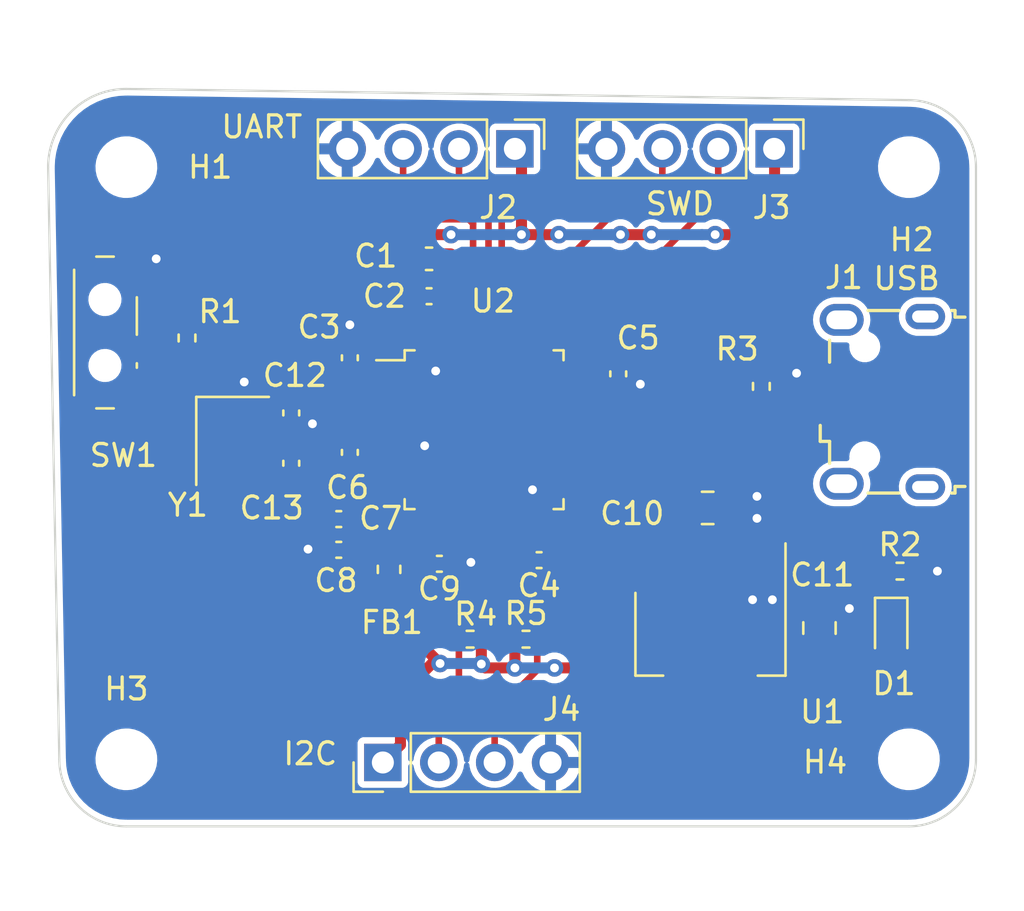
<source format=kicad_pcb>
(kicad_pcb (version 20211014) (generator pcbnew)
  (layers (0 "F.Cu" signal) (31 "B.Cu" power) (34 "B.Paste" user) (35 "F.Paste" user) (36 "B.SilkS" user "B.Silkscreen") (37 "F.SilkS" user "F.Silkscreen") (38 "B.Mask" user) (39 "F.Mask" user) (44 "Edge.Cuts" user))
  (net 0 "")
  (net 1 "+3.3V")
  (net 2 "GND")
  (net 3 "+3.3VA")
  (net 4 "/NRST")
  (net 5 "VBUS")
  (net 6 "/HSE_IN")
  (net 7 "/HSE_OUT")
  (net 8 "/PWR_LED_K")
  (net 9 "/USB_D-")
  (net 10 "/USB_D+")
  (net 13 "/USART1_TX")
  (net 14 "/USART1_RX")
  (net 15 "/SWDIO")
  (net 16 "/SWCLK")
  (net 17 "/I2C2_SCL")
  (net 18 "/I2C2_SDA")
  (net 19 "/SW_BOOT0")
  (net 20 "/BOOT0")
  (footprint "Capacitor_SMD:C_0402_1005Metric" (layer "F.Cu") (at 82.8 86.9 90)
    (fp_text reference "C3" (at 1.397 -1.397) (layer "F.SilkS"))
    (fp_text value "100n")
    (fp_line (start -0.107836 0.36) (end 0.107836 0.36) (layer "F.SilkS") (width 0.12))
    (fp_line (start -0.107836 -0.36) (end 0.107836 -0.36) (layer "F.SilkS") (width 0.12))
    (pad "1" smd roundrect (at -0.48 0 90) (size 0.56 0.62) (layers "F.Cu" "F.Paste" "F.Mask") (net 1 "+3.3V"))
    (pad "2" smd roundrect (at 0.48 0 90) (size 0.56 0.62) (layers "F.Cu" "F.Paste" "F.Mask") (net 2 "GND"))
  )
  (footprint "Resistor_SMD:R_0402_1005Metric" (layer "F.Cu") (at 101.5 88.2 -90)
    (fp_text reference "R3" (at -1.7 1.1) (layer "F.SilkS"))
    (fp_text value "1k5")
    (fp_line (start -0.153641 0.38) (end 0.153641 0.38) (layer "F.SilkS") (width 0.12))
    (fp_line (start -0.153641 -0.38) (end 0.153641 -0.38) (layer "F.SilkS") (width 0.12))
    (pad "1" smd roundrect (at -0.51 0 270) (size 0.54 0.64) (layers "F.Cu" "F.Paste" "F.Mask") (net 1 "+3.3V"))
    (pad "2" smd roundrect (at 0.51 0 270) (size 0.54 0.64) (layers "F.Cu" "F.Paste" "F.Mask") (net 10 "/USB_D+"))
  )
  (footprint "MountingHole:MountingHole_2.2mm_M2" (layer "F.Cu") (at 72.644 78.232)
    (fp_text reference "H1" (at 3.81 0) (layer "F.SilkS"))
    (fp_text value "MountingHole")
    (pad "" np_thru_hole circle (at 0 0) (size 2.2 2.2) (drill 2.2) (layers *.Cu *.Mask))
  )
  (footprint "Capacitor_SMD:C_0402_1005Metric" (layer "F.Cu") (at 86.4 84.1)
    (fp_text reference "C2" (at -2.032 0) (layer "F.SilkS"))
    (fp_text value "100n")
    (fp_line (start -0.107836 -0.36) (end 0.107836 -0.36) (layer "F.SilkS") (width 0.12))
    (fp_line (start -0.107836 0.36) (end 0.107836 0.36) (layer "F.SilkS") (width 0.12))
    (pad "1" smd roundrect (at -0.48 0) (size 0.56 0.62) (layers "F.Cu" "F.Paste" "F.Mask") (net 1 "+3.3V"))
    (pad "2" smd roundrect (at 0.48 0) (size 0.56 0.62) (layers "F.Cu" "F.Paste" "F.Mask") (net 2 "GND"))
  )
  (footprint "MountingHole:MountingHole_2.2mm_M2" (layer "F.Cu") (at 108.204 78.232)
    (fp_text reference "H2" (at 0.127 3.302) (layer "F.SilkS"))
    (fp_text value "MountingHole")
    (pad "" np_thru_hole circle (at 0 0) (size 2.2 2.2) (drill 2.2) (layers *.Cu *.Mask))
  )
  (footprint "Resistor_SMD:R_0402_1005Metric" (layer "F.Cu") (at 107.8 96.6)
    (fp_text reference "R2" (at 0 -1.2) (layer "F.SilkS"))
    (fp_text value "1k5")
    (fp_line (start -0.153641 0.38) (end 0.153641 0.38) (layer "F.SilkS") (width 0.12))
    (fp_line (start -0.153641 -0.38) (end 0.153641 -0.38) (layer "F.SilkS") (width 0.12))
    (pad "1" smd roundrect (at -0.51 0) (size 0.54 0.64) (layers "F.Cu" "F.Paste" "F.Mask") (net 8 "/PWR_LED_K"))
    (pad "2" smd roundrect (at 0.51 0) (size 0.54 0.64) (layers "F.Cu" "F.Paste" "F.Mask") (net 2 "GND"))
  )
  (footprint "Capacitor_SMD:C_0805_2012Metric" (layer "F.Cu") (at 99.06 93.726)
    (fp_text reference "C10" (at -3.429 0.254) (layer "F.SilkS"))
    (fp_text value "22u")
    (fp_line (start -0.261252 0.735) (end 0.261252 0.735) (layer "F.SilkS") (width 0.12))
    (fp_line (start -0.261252 -0.735) (end 0.261252 -0.735) (layer "F.SilkS") (width 0.12))
    (pad "1" smd roundrect (at -0.95 0) (size 1 1.45) (layers "F.Cu" "F.Paste" "F.Mask") (net 5 "VBUS"))
    (pad "2" smd roundrect (at 0.95 0) (size 1 1.45) (layers "F.Cu" "F.Paste" "F.Mask") (net 2 "GND"))
  )
  (footprint "MountingHole:MountingHole_2.2mm_M2" (layer "F.Cu") (at 108.204 105.156)
    (fp_text reference "H4" (at -3.81 0.127) (layer "F.SilkS"))
    (fp_text value "MountingHole")
    (pad "" np_thru_hole circle (at 0 0) (size 2.2 2.2) (drill 2.2) (layers *.Cu *.Mask))
  )
  (footprint "Capacitor_SMD:C_0402_1005Metric" (layer "F.Cu") (at 80.137 89.408 -90)
    (fp_text reference "C12" (at -1.708 -0.163) (layer "F.SilkS"))
    (fp_text value "10p")
    (fp_line (start -0.107836 0.36) (end 0.107836 0.36) (layer "F.SilkS") (width 0.12))
    (fp_line (start -0.107836 -0.36) (end 0.107836 -0.36) (layer "F.SilkS") (width 0.12))
    (pad "1" smd roundrect (at -0.48 0 270) (size 0.56 0.62) (layers "F.Cu" "F.Paste" "F.Mask") (net 6 "/HSE_IN"))
    (pad "2" smd roundrect (at 0.48 0 270) (size 0.56 0.62) (layers "F.Cu" "F.Paste" "F.Mask") (net 2 "GND"))
  )
  (footprint "Capacitor_SMD:C_0603_1608Metric" (layer "F.Cu") (at 86.4 82.4)
    (fp_text reference "C1" (at -2.426 -0.127) (layer "F.SilkS"))
    (fp_text value "10u")
    (fp_line (start -0.14058 0.51) (end 0.14058 0.51) (layer "F.SilkS") (width 0.12))
    (fp_line (start -0.14058 -0.51) (end 0.14058 -0.51) (layer "F.SilkS") (width 0.12))
    (pad "1" smd roundrect (at -0.775 0) (size 0.9 0.95) (layers "F.Cu" "F.Paste" "F.Mask") (net 1 "+3.3V"))
    (pad "2" smd roundrect (at 0.775 0) (size 0.9 0.95) (layers "F.Cu" "F.Paste" "F.Mask") (net 2 "GND"))
  )
  (footprint "Connector_USB:USB_Micro-B_Wuerth_629105150521" (layer "F.Cu") (at 107 88.9 90)
    (fp_text reference "J1" (at 5.65 -1.75) (layer "F.SilkS"))
    (fp_text value "USB_B_Micro")
    (fp_line (start 4.15 0.75) (end 4.15 -0.65) (layer "F.SilkS") (width 0.15))
    (fp_line (start 1.8 -2.4) (end 2.8 -2.4) (layer "F.SilkS") (width 0.15))
    (fp_line (start 4.15 3.3) (end 4.15 3.15) (layer "F.SilkS") (width 0.15))
    (fp_line (start -4.15 3.3) (end -3.85 3.3) (layer "F.SilkS") (width 0.15))
    (fp_line (start -1.8 -2.4) (end -2.8 -2.4) (layer "F.SilkS") (width 0.15))
    (fp_line (start -4.15 -0.65) (end -4.15 0.75) (layer "F.SilkS") (width 0.15))
    (fp_line (start -1.075 -2.825) (end -1.8 -2.825) (layer "F.SilkS") (width 0.15))
    (fp_line (start -3.85 3.3) (end -3.85 3.75) (layer "F.SilkS") (width 0.15))
    (fp_line (start -4.15 3.15) (end -4.15 3.3) (layer "F.SilkS") (width 0.15))
    (fp_line (start 3.85 3.75) (end 3.85 3.3) (layer "F.SilkS") (width 0.15))
    (fp_line (start 3.85 3.3) (end 4.15 3.3) (layer "F.SilkS") (width 0.15))
    (fp_line (start -1.8 -2.825) (end -1.8 -2.4) (layer "F.SilkS") (width 0.15))
    (pad "" np_thru_hole oval (at -2.5 -0.8 90) (size 0.8 0.8) (drill 0.8) (layers *.Cu *.Mask))
    (pad "" np_thru_hole oval (at 2.5 -0.8 90) (size 0.8 0.8) (drill 0.8) (layers *.Cu *.Mask))
    (pad "1" smd rect (at -1.3 -1.9 90) (size 0.45 1.3) (layers "F.Cu" "F.Paste" "F.Mask") (net 5 "VBUS"))
    (pad "2" smd rect (at -0.65 -1.9 90) (size 0.45 1.3) (layers "F.Cu" "F.Paste" "F.Mask") (net 9 "/USB_D-"))
    (pad "3" smd rect (at 0 -1.9 90) (size 0.45 1.3) (layers "F.Cu" "F.Paste" "F.Mask") (net 10 "/USB_D+"))
    (pad "4" smd rect (at 0.65 -1.9 90) (size 0.45 1.3) (layers "F.Cu" "F.Paste" "F.Mask"))
    (pad "5" smd rect (at 1.3 -1.9 90) (size 0.45 1.3) (layers "F.Cu" "F.Paste" "F.Mask") (net 2 "GND"))
    (pad "6" thru_hole oval (at -3.725 -1.85 90) (size 1.45 2) (drill oval 0.85 1.4) (layers *.Cu *.Mask))
    (pad "6" thru_hole oval (at -3.875 1.95 90) (size 1.15 1.8) (drill oval 0.55 1.2) (layers *.Cu *.Mask))
    (pad "6" thru_hole oval (at 3.725 -1.85 90) (size 1.45 2) (drill oval 0.85 1.4) (layers *.Cu *.Mask))
    (pad "6" thru_hole oval (at 3.875 1.95 90) (size 1.15 1.8) (drill oval 0.55 1.2) (layers *.Cu *.Mask))
  )
  (footprint "Resistor_SMD:R_0402_1005Metric" (layer "F.Cu") (at 88.265 99.695 180)
    (fp_text reference "R4" (at -0.254 1.143) (layer "F.SilkS"))
    (fp_text value "1k5")
    (fp_line (start -0.153641 0.38) (end 0.153641 0.38) (layer "F.SilkS") (width 0.12))
    (fp_line (start -0.153641 -0.38) (end 0.153641 -0.38) (layer "F.SilkS") (width 0.12))
    (pad "1" smd roundrect (at -0.51 0 180) (size 0.54 0.64) (layers "F.Cu" "F.Paste" "F.Mask") (net 1 "+3.3V"))
    (pad "2" smd roundrect (at 0.51 0 180) (size 0.54 0.64) (layers "F.Cu" "F.Paste" "F.Mask") (net 17 "/I2C2_SCL"))
  )
  (footprint "Connector_PinHeader_2.54mm:PinHeader_1x04_P2.54mm_Vertical" (layer "F.Cu") (at 90.3 77.4 -90)
    (fp_text reference "J2" (at 2.667 0.762) (layer "F.SilkS"))
    (fp_text value "Conn_01x04_Male")
    (fp_line (start -1.33 1.27) (end -1.33 8.95) (layer "F.SilkS") (width 0.12))
    (fp_line (start -1.33 8.95) (end 1.33 8.95) (layer "F.SilkS") (width 0.12))
    (fp_line (start -1.33 0) (end -1.33 -1.33) (layer "F.SilkS") (width 0.12))
    (fp_line (start -1.33 1.27) (end 1.33 1.27) (layer "F.SilkS") (width 0.12))
    (fp_line (start 1.33 1.27) (end 1.33 8.95) (layer "F.SilkS") (width 0.12))
    (fp_line (start -1.33 -1.33) (end 0 -1.33) (layer "F.SilkS") (width 0.12))
    (pad "1" thru_hole rect (at 0 0 270) (size 1.7 1.7) (drill 1) (layers *.Cu *.Mask) (net 1 "+3.3V"))
    (pad "2" thru_hole oval (at 0 2.54 270) (size 1.7 1.7) (drill 1) (layers *.Cu *.Mask) (net 13 "/USART1_TX"))
    (pad "3" thru_hole oval (at 0 5.08 270) (size 1.7 1.7) (drill 1) (layers *.Cu *.Mask) (net 14 "/USART1_RX"))
    (pad "4" thru_hole oval (at 0 7.62 270) (size 1.7 1.7) (drill 1) (layers *.Cu *.Mask) (net 2 "GND"))
  )
  (footprint "Connector_PinHeader_2.54mm:PinHeader_1x04_P2.54mm_Vertical" (layer "F.Cu") (at 84.3 105.3 90)
    (fp_text reference "J4" (at 2.413 8.118) (layer "F.SilkS"))
    (fp_text value "Conn_01x04_Male")
    (fp_line (start -1.33 1.27) (end -1.33 8.95) (layer "F.SilkS") (width 0.12))
    (fp_line (start -1.33 1.27) (end 1.33 1.27) (layer "F.SilkS") (width 0.12))
    (fp_line (start -1.33 0) (end -1.33 -1.33) (layer "F.SilkS") (width 0.12))
    (fp_line (start -1.33 -1.33) (end 0 -1.33) (layer "F.SilkS") (width 0.12))
    (fp_line (start 1.33 1.27) (end 1.33 8.95) (layer "F.SilkS") (width 0.12))
    (fp_line (start -1.33 8.95) (end 1.33 8.95) (layer "F.SilkS") (width 0.12))
    (pad "1" thru_hole rect (at 0 0 90) (size 1.7 1.7) (drill 1) (layers *.Cu *.Mask) (net 1 "+3.3V"))
    (pad "2" thru_hole oval (at 0 2.54 90) (size 1.7 1.7) (drill 1) (layers *.Cu *.Mask) (net 17 "/I2C2_SCL"))
    (pad "3" thru_hole oval (at 0 5.08 90) (size 1.7 1.7) (drill 1) (layers *.Cu *.Mask) (net 18 "/I2C2_SDA"))
    (pad "4" thru_hole oval (at 0 7.62 90) (size 1.7 1.7) (drill 1) (layers *.Cu *.Mask) (net 2 "GND"))
  )
  (footprint "Capacitor_SMD:C_0402_1005Metric" (layer "F.Cu") (at 80.137 91.694 90)
    (fp_text reference "C13" (at -2.032 -0.889) (layer "F.SilkS"))
    (fp_text value "10p")
    (fp_line (start -0.107836 -0.36) (end 0.107836 -0.36) (layer "F.SilkS") (width 0.12))
    (fp_line (start -0.107836 0.36) (end 0.107836 0.36) (layer "F.SilkS") (width 0.12))
    (pad "1" smd roundrect (at -0.48 0 90) (size 0.56 0.62) (layers "F.Cu" "F.Paste" "F.Mask") (net 7 "/HSE_OUT"))
    (pad "2" smd roundrect (at 0.48 0 90) (size 0.56 0.62) (layers "F.Cu" "F.Paste" "F.Mask") (net 2 "GND"))
  )
  (footprint "Capacitor_SMD:C_0805_2012Metric" (layer "F.Cu") (at 104.14 99.187 90)
    (fp_text reference "C11" (at 2.413 0.127) (layer "F.SilkS"))
    (fp_text value "22u")
    (fp_line (start -0.261252 -0.735) (end 0.261252 -0.735) (layer "F.SilkS") (width 0.12))
    (fp_line (start -0.261252 0.735) (end 0.261252 0.735) (layer "F.SilkS") (width 0.12))
    (pad "1" smd roundrect (at -0.95 0 90) (size 1 1.45) (layers "F.Cu" "F.Paste" "F.Mask") (net 1 "+3.3V"))
    (pad "2" smd roundrect (at 0.95 0 90) (size 1 1.45) (layers "F.Cu" "F.Paste" "F.Mask") (net 2 "GND"))
  )
  (footprint "Capacitor_SMD:C_0402_1005Metric" (layer "F.Cu") (at 94.996 87.63 -90)
    (fp_text reference "C5" (at -1.63 -0.904) (layer "F.SilkS"))
    (fp_text value "100n")
    (fp_line (start -0.107836 -0.36) (end 0.107836 -0.36) (layer "F.SilkS") (width 0.12))
    (fp_line (start -0.107836 0.36) (end 0.107836 0.36) (layer "F.SilkS") (width 0.12))
    (pad "1" smd roundrect (at -0.48 0 270) (size 0.56 0.62) (layers "F.Cu" "F.Paste" "F.Mask") (net 1 "+3.3V"))
    (pad "2" smd roundrect (at 0.48 0 270) (size 0.56 0.62) (layers "F.Cu" "F.Paste" "F.Mask") (net 2 "GND"))
  )
  (footprint "Resistor_SMD:R_0402_1005Metric" (layer "F.Cu") (at 75.4 86 90)
    (fp_text reference "R1" (at 1.2 1.5) (layer "F.SilkS"))
    (fp_text value "10k")
    (fp_line (start -0.153641 0.38) (end 0.153641 0.38) (layer "F.SilkS") (width 0.12))
    (fp_line (start -0.153641 -0.38) (end 0.153641 -0.38) (layer "F.SilkS") (width 0.12))
    (pad "1" smd roundrect (at -0.51 0 90) (size 0.54 0.64) (layers "F.Cu" "F.Paste" "F.Mask") (net 19 "/SW_BOOT0"))
    (pad "2" smd roundrect (at 0.51 0 90) (size 0.54 0.64) (layers "F.Cu" "F.Paste" "F.Mask") (net 20 "/BOOT0"))
  )
  (footprint "Capacitor_SMD:C_0402_1005Metric" (layer "F.Cu") (at 82.8 91.2 90)
    (fp_text reference "C6" (at -1.6 -0.1) (layer "F.SilkS"))
    (fp_text value "10n")
    (fp_line (start -0.107836 -0.36) (end 0.107836 -0.36) (layer "F.SilkS") (width 0.12))
    (fp_line (start -0.107836 0.36) (end 0.107836 0.36) (layer "F.SilkS") (width 0.12))
    (pad "1" smd roundrect (at -0.48 0 90) (size 0.56 0.62) (layers "F.Cu" "F.Paste" "F.Mask") (net 3 "+3.3VA"))
    (pad "2" smd roundrect (at 0.48 0 90) (size 0.56 0.62) (layers "F.Cu" "F.Paste" "F.Mask") (net 2 "GND"))
  )
  (footprint "LED_SMD:LED_0603_1608Metric" (layer "F.Cu") (at 107.4 99.3 -90)
    (fp_text reference "D1" (at 2.413 -0.127) (layer "F.SilkS"))
    (fp_text value "RED")
    (fp_line (start -1.485 0.735) (end 0.8 0.735) (layer "F.SilkS") (width 0.12))
    (fp_line (start 0.8 -0.735) (end -1.485 -0.735) (layer "F.SilkS") (width 0.12))
    (fp_line (start -1.485 -0.735) (end -1.485 0.735) (layer "F.SilkS") (width 0.12))
    (pad "1" smd roundrect (at -0.7875 0 270) (size 0.875 0.95) (layers "F.Cu" "F.Paste" "F.Mask") (net 8 "/PWR_LED_K"))
    (pad "2" smd roundrect (at 0.7875 0 270) (size 0.875 0.95) (layers "F.Cu" "F.Paste" "F.Mask") (net 1 "+3.3V"))
  )
  (footprint "Package_TO_SOT_SMD:SOT-223-3_TabPin2" (layer "F.Cu") (at 99.187 99.441 -90)
    (fp_text reference "U1" (at 3.556 -5.08) (layer "F.SilkS"))
    (fp_text value "AMS1117-3.3")
    (fp_line (start 1.91 -3.41) (end 1.91 -2.15) (layer "F.SilkS") (width 0.12))
    (fp_line (start 1.91 3.41) (end 1.91 2.15) (layer "F.SilkS") (width 0.12))
    (fp_line (start -1.85 3.41) (end 1.91 3.41) (layer "F.SilkS") (width 0.12))
    (fp_line (start -4.1 -3.41) (end 1.91 -3.41) (layer "F.SilkS") (width 0.12))
    (pad "1" smd rect (at -3.15 -2.3 270) (size 2 1.5) (layers "F.Cu" "F.Paste" "F.Mask") (net 2 "GND"))
    (pad "2" smd rect (at 3.15 0 270) (size 2 3.8) (layers "F.Cu" "F.Paste" "F.Mask") (net 1 "+3.3V"))
    (pad "2" smd rect (at -3.15 0 270) (size 2 1.5) (layers "F.Cu" "F.Paste" "F.Mask") (net 1 "+3.3V"))
    (pad "3" smd rect (at -3.15 2.3 270) (size 2 1.5) (layers "F.Cu" "F.Paste" "F.Mask") (net 5 "VBUS"))
  )
  (footprint "Button_Switch_SMD:SW_SPDT_PCM12" (layer "F.Cu") (at 72 85.75 -90)
    (fp_text reference "SW1" (at 5.588 -0.508) (layer "F.SilkS"))
    (fp_text value "SW_SPDT")
    (fp_line (start -2.85 1.73) (end 2.85 1.73) (layer "F.SilkS") (width 0.12))
    (fp_line (start -1.6 -1.12) (end 0.1 -1.12) (layer "F.SilkS") (width 0.12))
    (fp_line (start 3.45 0.72) (end 3.45 -0.07) (layer "F.SilkS") (width 0.12))
    (fp_line (start -3.45 -0.07) (end -3.45 0.72) (layer "F.SilkS") (width 0.12))
    (fp_line (start 1.4 -1.12) (end 1.6 -1.12) (layer "F.SilkS") (width 0.12))
    (pad "" smd rect (at -3.65 1.43 270) (size 1 0.8) (layers "F.Cu" "F.Paste" "F.Mask"))
    (pad "" smd rect (at -3.65 -0.78 270) (size 1 0.8) (layers "F.Cu" "F.Paste" "F.Mask"))
    (pad "" np_thru_hole circle (at 1.5 0.33 270) (size 0.9 0.9) (drill 0.9) (layers *.Cu *.Mask))
    (pad "" np_thru_hole circle (at -1.5 0.33 270) (size 0.9 0.9) (drill 0.9) (layers *.Cu *.Mask))
    (pad "" smd rect (at 3.65 1.43 270) (size 1 0.8) (layers "F.Cu" "F.Paste" "F.Mask"))
    (pad "" smd rect (at 3.65 -0.78 270) (size 1 0.8) (layers "F.Cu" "F.Paste" "F.Mask"))
    (pad "1" smd rect (at -2.25 -1.43 270) (size 0.7 1.5) (layers "F.Cu" "F.Paste" "F.Mask") (net 2 "GND"))
    (pad "2" smd rect (at 0.75 -1.43 270) (size 0.7 1.5) (layers "F.Cu" "F.Paste" "F.Mask") (net 19 "/SW_BOOT0"))
    (pad "3" smd rect (at 2.25 -1.43 270) (size 0.7 1.5) (layers "F.Cu" "F.Paste" "F.Mask") (net 1 "+3.3V"))
  )
  (footprint "Package_QFP:LQFP-48_7x7mm_P0.5mm" (layer "F.Cu") (at 88.9 90.17)
    (fp_text reference "U2" (at 0.4 -5.85) (layer "F.SilkS"))
    (fp_text value "STM32F103C8T6")
    (fp_line (start 3.16 3.61) (end 3.61 3.61) (layer "F.SilkS") (width 0.12))
    (fp_line (start -3.61 -3.16) (end -4.9 -3.16) (layer "F.SilkS") (width 0.12))
    (fp_line (start -3.61 -3.61) (end -3.61 -3.16) (layer "F.SilkS") (width 0.12))
    (fp_line (start 3.61 3.61) (end 3.61 3.16) (layer "F.SilkS") (width 0.12))
    (fp_line (start 3.61 -3.61) (end 3.61 -3.16) (layer "F.SilkS") (width 0.12))
    (fp_line (start 3.16 -3.61) (end 3.61 -3.61) (layer "F.SilkS") (width 0.12))
    (fp_line (start -3.61 3.61) (end -3.61 3.16) (layer "F.SilkS") (width 0.12))
    (fp_line (start -3.16 3.61) (end -3.61 3.61) (layer "F.SilkS") (width 0.12))
    (fp_line (start -3.16 -3.61) (end -3.61 -3.61) (layer "F.SilkS") (width 0.12))
    (pad "1" smd roundrect (at -4.1625 -2.75) (size 1.475 0.3) (layers "F.Cu" "F.Paste" "F.Mask") (net 1 "+3.3V"))
    (pad "2" smd roundrect (at -4.1625 -2.25) (size 1.475 0.3) (layers "F.Cu" "F.Paste" "F.Mask"))
    (pad "3" smd roundrect (at -4.1625 -1.75) (size 1.475 0.3) (layers "F.Cu" "F.Paste" "F.Mask"))
    (pad "4" smd roundrect (at -4.1625 -1.25) (size 1.475 0.3) (layers "F.Cu" "F.Paste" "F.Mask"))
    (pad "5" smd roundrect (at -4.1625 -0.75) (size 1.475 0.3) (layers "F.Cu" "F.Paste" "F.Mask") (net 6 "/HSE_IN"))
    (pad "6" smd roundrect (at -4.1625 -0.25) (size 1.475 0.3) (layers "F.Cu" "F.Paste" "F.Mask") (net 7 "/HSE_OUT"))
    (pad "7" smd roundrect (at -4.1625 0.25) (size 1.475 0.3) (layers "F.Cu" "F.Paste" "F.Mask") (net 4 "/NRST"))
    (pad "8" smd roundrect (at -4.1625 0.75) (size 1.475 0.3) (layers "F.Cu" "F.Paste" "F.Mask") (net 2 "GND"))
    (pad "9" smd roundrect (at -4.1625 1.25) (size 1.475 0.3) (layers "F.Cu" "F.Paste" "F.Mask") (net 3 "+3.3VA"))
    (pad "10" smd roundrect (at -4.1625 1.75) (size 1.475 0.3) (layers "F.Cu" "F.Paste" "F.Mask"))
    (pad "11" smd roundrect (at -4.1625 2.25) (size 1.475 0.3) (layers "F.Cu" "F.Paste" "F.Mask"))
    (pad "12" smd roundrect (at -4.1625 2.75) (size 1.475 0.3) (layers "F.Cu" "F.Paste" "F.Mask"))
    (pad "13" smd roundrect (at -2.75 4.1625) (size 0.3 1.475) (layers "F.Cu" "F.Paste" "F.Mask"))
    (pad "14" smd roundrect (at -2.25 4.1625) (size 0.3 1.475) (layers "F.Cu" "F.Paste" "F.Mask"))
    (pad "15" smd roundrect (at -1.75 4.1625) (size 0.3 1.475) (layers "F.Cu" "F.Paste" "F.Mask"))
    (pad "16" smd roundrect (at -1.25 4.1625) (size 0.3 1.475) (layers "F.Cu" "F.Paste" "F.Mask"))
    (pad "17" smd roundrect (at -0.75 4.1625) (size 0.3 1.475) (layers "F.Cu" "F.Paste" "F.Mask"))
    (pad "18" smd roundrect (at -0.25 4.1625) (size 0.3 1.475) (layers "F.Cu" "F.Paste" "F.Mask"))
    (pad "19" smd roundrect (at 0.25 4.1625) (size 0.3 1.475) (layers "F.Cu" "F.Paste" "F.Mask"))
    (pad "20" smd roundrect (at 0.75 4.1625) (size 0.3 1.475) (layers "F.Cu" "F.Paste" "F.Mask"))
    (pad "21" smd roundrect (at 1.25 4.1625) (size 0.3 1.475) (layers "F.Cu" "F.Paste" "F.Mask") (net 17 "/I2C2_SCL"))
    (pad "22" smd roundrect (at 1.75 4.1625) (size 0.3 1.475) (layers "F.Cu" "F.Paste" "F.Mask") (net 18 "/I2C2_SDA"))
    (pad "23" smd roundrect (at 2.25 4.1625) (size 0.3 1.475) (layers "F.Cu" "F.Paste" "F.Mask") (net 2 "GND"))
    (pad "24" smd roundrect (at 2.75 4.1625) (size 0.3 1.475) (layers "F.Cu" "F.Paste" "F.Mask") (net 1 "+3.3V"))
    (pad "25" smd roundrect (at 4.1625 2.75) (size 1.475 0.3) (layers "F.Cu" "F.Paste" "F.Mask"))
    (pad "26" smd roundrect (at 4.1625 2.25) (size 1.475 0.3) (layers "F.Cu" "F.Paste" "F.Mask"))
    (pad "27" smd roundrect (at 4.1625 1.75) (size 1.475 0.3) (layers "F.Cu" "F.Paste" "F.Mask"))
    (pad "28" smd roundrect (at 4.1625 1.25) (size 1.475 0.3) (layers "F.Cu" "F.Paste" "F.Mask"))
    (pad "29" smd roundrect (at 4.1625 0.75) (size 1.475 0.3) (layers "F.Cu" "F.Paste" "F.Mask"))
    (pad "30" smd roundrect (at 4.1625 0.25) (size 1.475 0.3) (layers "F.Cu" "F.Paste" "F.Mask"))
    (pad "31" smd roundrect (at 4.1625 -0.25) (size 1.475 0.3) (layers "F.Cu" "F.Paste" "F.Mask"))
    (pad "32" smd roundrect (at 4.1625 -0.75) (size 1.475 0.3) (layers "F.Cu" "F.Paste" "F.Mask") (net 9 "/USB_D-"))
    (pad "33" smd roundrect (at 4.1625 -1.25) (size 1.475 0.3) (layers "F.Cu" "F.Paste" "F.Mask") (net 10 "/USB_D+"))
    (pad "34" smd roundrect (at 4.1625 -1.75) (size 1.475 0.3) (layers "F.Cu" "F.Paste" "F.Mask") (net 15 "/SWDIO"))
    (pad "35" smd roundrect (at 4.1625 -2.25) (size 1.475 0.3) (layers "F.Cu" "F.Paste" "F.Mask") (net 2 "GND"))
    (pad "36" smd roundrect (at 4.1625 -2.75) (size 1.475 0.3) (layers "F.Cu" "F.Paste" "F.Mask") (net 1 "+3.3V"))
    (pad "37" smd roundrect (at 2.75 -4.1625) (size 0.3 1.475) (layers "F.Cu" "F.Paste" "F.Mask") (net 16 "/SWCLK"))
    (pad "38" smd roundrect (at 2.25 -4.1625) (size 0.3 1.475) (layers "F.Cu" "F.Paste" "F.Mask"))
    (pad "39" smd roundrect (at 1.75 -4.1625) (size 0.3 1.475) (layers "F.Cu" "F.Paste" "F.Mask"))
    (pad "40" smd roundrect (at 1.25 -4.1625) (size 0.3 1.475) (layers "F.Cu" "F.Paste" "F.Mask"))
    (pad "41" smd roundrect (at 0.75 -4.1625) (size 0.3 1.475) (layers "F.Cu" "F.Paste" "F.Mask"))
    (pad "42" smd roundrect (at 0.25 -4.1625) (size 0.3 1.475) (layers "F.Cu" "F.Paste" "F.Mask") (net 13 "/USART1_TX"))
    (pad "43" smd roundrect (at -0.25 -4.1625) (size 0.3 1.475) (layers "F.Cu" "F.Paste" "F.Mask") (net 14 "/USART1_RX"))
    (pad "44" smd roundrect (at -0.75 -4.1625) (size 0.3 1.475) (layers "F.Cu" "F.Paste" "F.Mask") (net 20 "/BOOT0"))
    (pad "45" smd roundrect (at -1.25 -4.1625) (size 0.3 1.475) (layers "F.Cu" "F.Paste" "F.Mask"))
    (pad "46" smd roundrect (at -1.75 -4.1625) (size 0.3 1.475) (layers "F.Cu" "F.Paste" "F.Mask"))
    (pad "47" smd roundrect (at -2.25 -4.1625) (size 0.3 1.475) (layers "F.Cu" "F.Paste" "F.Mask") (net 2 "GND"))
    (pad "48" smd roundrect (at -2.75 -4.1625) (size 0.3 1.475) (layers "F.Cu" "F.Paste" "F.Mask") (net 1 "+3.3V"))
  )
  (footprint "Inductor_SMD:L_0603_1608Metric" (layer "F.Cu") (at 84.582 96.52 90)
    (fp_text reference "FB1" (at -2.413 0.127) (layer "F.SilkS"))
    (fp_text value "FerriteBead")
    (fp_line (start -0.162779 0.51) (end 0.162779 0.51) (layer "F.SilkS") (width 0.12))
    (fp_line (start -0.162779 -0.51) (end 0.162779 -0.51) (layer "F.SilkS") (width 0.12))
    (pad "1" smd roundrect (at -0.7875 0 90) (size 0.875 0.95) (layers "F.Cu" "F.Paste" "F.Mask") (net 1 "+3.3V"))
    (pad "2" smd roundrect (at 0.7875 0 90) (size 0.875 0.95) (layers "F.Cu" "F.Paste" "F.Mask") (net 3 "+3.3VA"))
  )
  (footprint "Capacitor_SMD:C_0402_1005Metric" (layer "F.Cu") (at 86.868 96.266)
    (fp_text reference "C9" (at 0 1.143) (layer "F.SilkS"))
    (fp_text value "100n")
    (fp_line (start -0.107836 -0.36) (end 0.107836 -0.36) (layer "F.SilkS") (width 0.12))
    (fp_line (start -0.107836 0.36) (end 0.107836 0.36) (layer "F.SilkS") (width 0.12))
    (pad "1" smd roundrect (at -0.48 0) (size 0.56 0.62) (layers "F.Cu" "F.Paste" "F.Mask") (net 4 "/NRST"))
    (pad "2" smd roundrect (at 0.48 0) (size 0.56 0.62) (layers "F.Cu" "F.Paste" "F.Mask") (net 2 "GND"))
  )
  (footprint "Crystal:Crystal_SMD_3225-4Pin_3.2x2.5mm" (layer "F.Cu") (at 77.47 90.678 -90)
    (fp_text reference "Y1" (at 2.921 2.032) (layer "F.SilkS"))
    (fp_text value "16MHz")
    (fp_line (start -2 1.65) (end 2 1.65) (layer "F.SilkS") (width 0.12))
    (fp_line (start -2 -1.65) (end -2 1.65) (layer "F.SilkS") (width 0.12))
    (pad "1" smd rect (at -1.1 0.85 270) (size 1.4 1.2) (layers "F.Cu" "F.Paste" "F.Mask") (net 6 "/HSE_IN"))
    (pad "2" smd rect (at 1.1 0.85 270) (size 1.4 1.2) (layers "F.Cu" "F.Paste" "F.Mask") (net 2 "GND"))
    (pad "3" smd rect (at 1.1 -0.85 270) (size 1.4 1.2) (layers "F.Cu" "F.Paste" "F.Mask") (net 7 "/HSE_OUT"))
    (pad "4" smd rect (at -1.1 -0.85 270) (size 1.4 1.2) (layers "F.Cu" "F.Paste" "F.Mask") (net 2 "GND"))
  )
  (footprint "Capacitor_SMD:C_0402_1005Metric" (layer "F.Cu") (at 82.296 94.234 180)
    (fp_text reference "C7" (at -1.904 0.034) (layer "F.SilkS"))
    (fp_text value "1u")
    (fp_line (start -0.107836 -0.36) (end 0.107836 -0.36) (layer "F.SilkS") (width 0.12))
    (fp_line (start -0.107836 0.36) (end 0.107836 0.36) (layer "F.SilkS") (width 0.12))
    (pad "1" smd roundrect (at -0.48 0 180) (size 0.56 0.62) (layers "F.Cu" "F.Paste" "F.Mask") (net 3 "+3.3VA"))
    (pad "2" smd roundrect (at 0.48 0 180) (size 0.56 0.62) (layers "F.Cu" "F.Paste" "F.Mask") (net 2 "GND"))
  )
  (footprint "Connector_PinHeader_2.54mm:PinHeader_1x04_P2.54mm_Vertical" (layer "F.Cu") (at 102.08 77.4 -90)
    (fp_text reference "J3" (at 2.667 0.117) (layer "F.SilkS"))
    (fp_text value "Conn_01x04_Male")
    (fp_line (start -1.33 8.95) (end 1.33 8.95) (layer "F.SilkS") (width 0.12))
    (fp_line (start 1.33 1.27) (end 1.33 8.95) (layer "F.SilkS") (width 0.12))
    (fp_line (start -1.33 1.27) (end -1.33 8.95) (layer "F.SilkS") (width 0.12))
    (fp_line (start -1.33 1.27) (end 1.33 1.27) (layer "F.SilkS") (width 0.12))
    (fp_line (start -1.33 -1.33) (end 0 -1.33) (layer "F.SilkS") (width 0.12))
    (fp_line (start -1.33 0) (end -1.33 -1.33) (layer "F.SilkS") (width 0.12))
    (pad "1" thru_hole rect (at 0 0 270) (size 1.7 1.7) (drill 1) (layers *.Cu *.Mask) (net 1 "+3.3V"))
    (pad "2" thru_hole oval (at 0 2.54 270) (size 1.7 1.7) (drill 1) (layers *.Cu *.Mask) (net 15 "/SWDIO"))
    (pad "3" thru_hole oval (at 0 5.08 270) (size 1.7 1.7) (drill 1) (layers *.Cu *.Mask) (net 16 "/SWCLK"))
    (pad "4" thru_hole oval (at 0 7.62 270) (size 1.7 1.7) (drill 1) (layers *.Cu *.Mask) (net 2 "GND"))
  )
  (footprint "MountingHole:MountingHole_2.2mm_M2" (layer "F.Cu") (at 72.644 105.156)
    (fp_text reference "H3" (at 0 -3.2) (layer "F.SilkS"))
    (fp_text value "MountingHole")
    (pad "" np_thru_hole circle (at 0 0) (size 2.2 2.2) (drill 2.2) (layers *.Cu *.Mask))
  )
  (footprint "Resistor_SMD:R_0402_1005Metric" (layer "F.Cu") (at 90.805 99.695)
    (fp_text reference "R5" (at 0 -1.17) (layer "F.SilkS"))
    (fp_text value "1k5")
    (fp_line (start -0.153641 0.38) (end 0.153641 0.38) (layer "F.SilkS") (width 0.12))
    (fp_line (start -0.153641 -0.38) (end 0.153641 -0.38) (layer "F.SilkS") (width 0.12))
    (pad "1" smd roundrect (at -0.51 0) (size 0.54 0.64) (layers "F.Cu" "F.Paste" "F.Mask") (net 1 "+3.3V"))
    (pad "2" smd roundrect (at 0.51 0) (size 0.54 0.64) (layers "F.Cu" "F.Paste" "F.Mask") (net 18 "/I2C2_SDA"))
  )
  (footprint "Capacitor_SMD:C_0402_1005Metric" (layer "F.Cu") (at 82.296 95.631 180)
    (fp_text reference "C8" (at 0.127 -1.397) (layer "F.SilkS"))
    (fp_text value "1u")
    (fp_line (start -0.107836 0.36) (end 0.107836 0.36) (layer "F.SilkS") (width 0.12))
    (fp_line (start -0.107836 -0.36) (end 0.107836 -0.36) (layer "F.SilkS") (width 0.12))
    (pad "1" smd roundrect (at -0.48 0 180) (size 0.56 0.62) (layers "F.Cu" "F.Paste" "F.Mask") (net 1 "+3.3V"))
    (pad "2" smd roundrect (at 0.48 0 180) (size 0.56 0.62) (layers "F.Cu" "F.Paste" "F.Mask") (net 2 "GND"))
  )
  (footprint "Capacitor_SMD:C_0402_1005Metric" (layer "F.Cu") (at 91.4 96.1 180)
    (fp_text reference "C4" (at 0 -1.16) (layer "F.SilkS"))
    (fp_text value "100n")
    (fp_line (start -0.107836 0.36) (end 0.107836 0.36) (layer "F.SilkS") (width 0.12))
    (fp_line (start -0.107836 -0.36) (end 0.107836 -0.36) (layer "F.SilkS") (width 0.12))
    (pad "1" smd roundrect (at -0.48 0 180) (size 0.56 0.62) (layers "F.Cu" "F.Paste" "F.Mask") (net 1 "+3.3V"))
    (pad "2" smd roundrect (at 0.48 0 180) (size 0.56 0.62) (layers "F.Cu" "F.Paste" "F.Mask") (net 2 "GND"))
  )
  (gr_arc (start 72.644 108.204) (mid 70.488739 107.311261) (end 69.596 105.156) (layer "Edge.Cuts") (width 0.1))
  (gr_arc (start 108.204 75.184) (mid 110.359261 76.076739) (end 111.252 78.232) (layer "Edge.Cuts") (width 0.1))
  (gr_line (start 108.204 108.204) (end 72.644 108.204) (layer "Edge.Cuts") (width 0.1))
  (gr_arc (start 111.252 105.156) (mid 110.359261 107.311261) (end 108.204 108.204) (layer "Edge.Cuts") (width 0.1))
  (gr_arc (start 69.088 78.232) (mid 70.129528 75.717528) (end 72.644 74.676) (layer "Edge.Cuts") (width 0.1))
  (gr_line (start 72.644 74.676) (end 108.204 75.184) (layer "Edge.Cuts") (width 0.1))
  (gr_line (start 69.596 105.156) (end 69.088 78.232) (layer "Edge.Cuts") (width 0.1))
  (gr_line (start 111.252 105.156) (end 111.252 78.232) (layer "Edge.Cuts") (width 0.1))
  (gr_text "I2C\n" (at 81 104.9) (layer "F.SilkS") (effects (font (size 1 1))))
  (gr_text "USB" (at 108.1 83.3) (layer "F.SilkS") (effects (font (size 1 1))))
  (gr_text "UART" (at 78.8 76.4) (layer "F.SilkS") (effects (font (size 1 1))))
  (gr_text "SWD" (at 97.8 79.9) (layer "F.SilkS") (effects (font (size 1 1))))
  (segment (start 75 96.7) (end 75 88) (width 0.5) (layer "F.Cu") (net 1))
  (segment (start 75 88) (end 73.43 88) (width 0.5) (layer "F.Cu") (net 1))
  (segment (start 86.9 100.8) (end 86.535 100.8) (width 0.5) (layer "F.Cu") (net 1))
  (segment (start 85.7 82.325) (end 85.7 81.3) (width 0.5) (layer "F.Cu") (net 1))
  (segment (start 90.6 81.3) (end 92.3 81.3) (width 0.5) (layer "F.Cu") (net 1))
  (segment (start 86.15 85.25) (end 85.9 85) (width 0.3) (layer "F.Cu") (net 1))
  (segment (start 95.1 105.3) (end 95.1 101) (width 0.5) (layer "F.Cu") (net 1))
  (segment (start 81.1 86.9) (end 81.58 87.38) (width 0.5) (layer "F.Cu") (net 1))
  (segment (start 77.2 86.9) (end 79.5 86.9) (width 0.5) (layer "F.Cu") (net 1))
  (segment (start 81.58 87.38) (end 82.8 87.38) (width 0.5) (layer "F.Cu") (net 1))
  (segment (start 80.4 82.3) (end 85.525 82.3) (width 0.5) (layer "F.Cu") (net 1))
  (segment (start 97.85 87.15) (end 94.996 87.15) (width 0.5) (layer "F.Cu") (net 1))
  (segment (start 91.65 94.3325) (end 91.65 95.45) (width 0.3) (layer "F.Cu") (net 1))
  (segment (start 102.1 81.3) (end 102.1 77.42) (width 0.5) (layer "F.Cu") (net 1))
  (segment (start 85.525 82.3) (end 85.625 82.4) (width 0.5) (layer "F.Cu") (net 1))
  (segment (start 79.5 83.2) (end 80.4 82.3) (width 0.5) (layer "F.Cu") (net 1))
  (segment (start 91.9 96.08) (end 91.88 96.1) (width 0.3) (layer "F.Cu") (net 1))
  (segment (start 82.84 87.42) (end 82.8 87.38) (width 0.3) (layer "F.Cu") (net 1))
  (segment (start 95.1 81.3) (end 96.5 81.3) (width 0.5) (layer "F.Cu") (net 1))
  (segment (start 75 88) (end 75.3 87.7) (width 0.5) (layer "F.Cu") (net 1))
  (segment (start 92.6 96.1) (end 91.88 96.1) (width 0.5) (layer "F.Cu") (net 1))
  (segment (start 99.4 81.3) (end 101.7 81.3) (width 0.5) (layer "F.Cu") (net 1))
  (segment (start 85.625 82.4) (end 85.625 83.225) (width 0.5) (layer "F.Cu") (net 1))
  (segment (start 83.818 98.618) (end 83.5 98.3) (width 0.5) (layer "F.Cu") (net 1))
  (segment (start 91.65 95.45) (end 91.9 95.7) (width 0.3) (layer "F.Cu") (net 1))
  (segment (start 84.582 98.618) (end 83.818 98.618) (width 0.5) (layer "F.Cu") (net 1))
  (segment (start 84.7375 87.42) (end 82.84 87.42) (width 0.3) (layer "F.Cu") (net 1))
  (segment (start 102.1 77.42) (end 102.08 77.4) (width 0.5) (layer "F.Cu") (net 1))
  (segment (start 91.9 95.7) (end 91.9 96.08) (width 0.3) (layer "F.Cu") (net 1))
  (segment (start 103.2 105.3) (end 95.1 105.3) (width 0.5) (layer "F.Cu") (net 1))
  (segment (start 77.2 87) (end 77.2 86.9) (width 0.5) (layer "F.Cu") (net 1))
  (segment (start 86.535 100.8) (end 85.1 102.235) (width 0.5) (layer "F.Cu") (net 1))
  (segment (start 88.775 100.825) (end 88.775 99.695) (width 0.5) (layer "F.Cu") (net 1))
  (segment (start 94.18 87.42) (end 94.45 87.15) (width 0.3) (layer "F.Cu") (net 1))
  (segment (start 90.6 81.3) (end 90.6 77.7) (width 0.5) (layer "F.Cu") (net 1))
  (segment (start 95.1 98.6) (end 92.6 96.1) (width 0.5) (layer "F.Cu") (net 1))
  (segment (start 85.7 81.3) (end 87.4 81.3) (width 0.5) (layer "F.Cu") (net 1))
  (segment (start 106.063 100.137) (end 106.063 102.437) (width 0.5) (layer "F.Cu") (net 1))
  (segment (start 88.95 101) (end 90.3 101) (width 0.5) (layer "F.Cu") (net 1))
  (segment (start 85.9 84.12) (end 85.92 84.1) (width 0.3) (layer "F.Cu") (net 1))
  (segment (start 78.4 100.1) (end 75 96.7) (width 0.5) (layer "F.Cu") (net 1))
  (segment (start 85.9 85) (end 85.9 84.12) (width 0.3) (layer "F.Cu") (net 1))
  (segment (start 84.582 98.618) (end 84.582 97.3075) (width 0.5) (layer "F.Cu") (net 1))
  (segment (start 84.582 100.082) (end 78.418 100.082) (width 0.5) (layer "F.Cu") (net 1))
  (segment (start 76.5 87.7) (end 77.2 87) (width 0.5) (layer "F.Cu") (net 1))
  (segment (start 101.5 81.5) (end 101.7 81.3) (width 0.5) (layer "F.Cu") (net 1))
  (segment (start 104.14 100.137) (end 106.063 100.137) (width 0.5) (layer "F.Cu") (net 1))
  (segment (start 107.3505 100.137) (end 107.4 100.0875) (width 0.5) (layer "F.Cu") (net 1))
  (segment (start 90.3 101) (end 90.3 99.7) (width 0.5) (layer "F.Cu") (net 1))
  (segment (start 99.4 84.7) (end 98.1 86) (width 0.5) (layer "F.Cu") (net 1))
  (segment (start 93.0625 87.42) (end 94.18 87.42) (width 0.3) (layer "F.Cu") (net 1))
  (segment (start 101.5 87.69) (end 101.5 84.7) (width 0.5) (layer "F.Cu") (net 1))
  (segment (start 101.5 84.7) (end 101.5 81.5) (width 0.5) (layer "F.Cu") (net 1))
  (segment (start 86.9 100.8) (end 86.2 100.1) (width 0.5) (layer "F.Cu") (net 1))
  (segment (start 83.5 96.355) (end 82.776 95.631) (width 0.5) (layer "F.Cu") (net 1))
  (segment (start 98.1 86.9) (end 97.85 87.15) (width 0.5) (layer "F.Cu") (net 1))
  (segment (start 84.582 100.082) (end 84.582 98.618) (width 0.5) (layer "F.Cu") (net 1))
  (segment (start 101.5 84.7) (end 99.4 84.7) (width 0.5) (layer "F.Cu") (net 1))
  (segment (start 85.92 83.52) (end 85.92 84.1) (width 0.5) (layer "F.Cu") (net 1))
  (segment (start 78.418 100.082) (end 78.4 100.1) (width 0.5) (layer "F.Cu") (net 1))
  (segment (start 90.6 77.7) (end 90.3 77.4) (width 0.5) (layer "F.Cu") (net 1))
  (segment (start 86.15 86.0075) (end 86.15 85.25) (width 0.3) (layer "F.Cu") (net 1))
  (segment (start 83.5 98.3) (end 83.5 96.355) (width 0.5) (layer "F.Cu") (net 1))
  (segment (start 85.1 102.235) (end 85.1 104.5) (width 0.5) (layer "F.Cu") (net 1))
  (segment (start 106.063 100.137) (end 107.3505 100.137) (width 0.5) (layer "F.Cu") (net 1))
  (segment (start 84.6 100.1) (end 84.582 100.082) (width 0.5) (layer "F.Cu") (net 1))
  (segment (start 88.775 100.825) (end 88.95 101) (width 0.5) (layer "F.Cu") (net 1))
  (segment (start 85.625 83.225) (end 85.92 83.52) (width 0.5) (layer "F.Cu") (net 1))
  (segment (start 79.5 86.9) (end 81.1 86.9) (width 0.5) (layer "F.Cu") (net 1))
  (segment (start 106.063 102.437) (end 103.2 105.3) (width 0.5) (layer "F.Cu") (net 1))
  (segment (start 98.1 86) (end 98.1 86.9) (width 0.5) (layer "F.Cu") (net 1))
  (segment (start 90.3 99.7) (end 90.295 99.695) (width 0.5) (layer "F.Cu") (net 1))
  (segment (start 85.1 104.5) (end 84.3 105.3) (width 0.5) (layer "F.Cu") (net 1))
  (segment (start 85.625 82.4) (end 85.7 82.325) (width 0.5) (layer "F.Cu") (net 1))
  (segment (start 79.5 86.9) (end 79.5 83.2) (width 0.5) (layer "F.Cu") (net 1))
  (segment (start 86.2 100.1) (end 84.6 100.1) (width 0.5) (layer "F.Cu") (net 1))
  (segment (start 75.3 87.7) (end 76.5 87.7) (width 0.5) (layer "F.Cu") (net 1))
  (segment (start 95.1 101) (end 92.1 101) (width 0.5) (layer "F.Cu") (net 1))
  (segment (start 94.45 87.15) (end 94.996 87.15) (width 0.3) (layer "F.Cu") (net 1))
  (segment (start 95.1 101) (end 95.1 98.6) (width 0.5) (layer "F.Cu") (net 1))
  (segment (start 101.7 81.3) (end 102.1 81.3) (width 0.5) (layer "F.Cu") (net 1))
  (via (at 90.3 101) (size 0.8) (drill 0.4) (layers "F.Cu" "B.Cu") (net 1))
  (via (at 95.1 81.3) (size 0.8) (drill 0.4) (layers "F.Cu" "B.Cu") (net 1))
  (via (at 86.9 100.8) (size 0.8) (drill 0.4) (layers "F.Cu" "B.Cu") (net 1))
  (via (at 92.3 81.3) (size 0.8) (drill 0.4) (layers "F.Cu" "B.Cu") (net 1))
  (via (at 92.1 101) (size 0.8) (drill 0.4) (layers "F.Cu" "B.Cu") (net 1))
  (via (at 87.4 81.3) (size 0.8) (drill 0.4) (layers "F.Cu" "B.Cu") (net 1))
  (via (at 96.5 81.3) (size 0.8) (drill 0.4) (layers "F.Cu" "B.Cu") (net 1))
  (via (at 99.4 81.3) (size 0.8) (drill 0.4) (layers "F.Cu" "B.Cu") (net 1))
  (via (at 90.6 81.3) (size 0.8) (drill 0.4) (layers "F.Cu" "B.Cu") (net 1))
  (via (at 88.775 100.825) (size 0.8) (drill 0.4) (layers "F.Cu" "B.Cu") (net 1))
  (segment (start 87.4 81.3) (end 90.6 81.3) (width 0.5) (layer "B.Cu") (net 1))
  (segment (start 92.1 101) (end 90.3 101) (width 0.5) (layer "B.Cu") (net 1))
  (segment (start 92.3 81.3) (end 94.7 81.3) (width 0.5) (layer "B.Cu") (net 1))
  (segment (start 94.7 81.3) (end 95.1 81.3) (width 0.5) (layer "B.Cu") (net 1))
  (segment (start 88.775 100.825) (end 88.75 100.8) (width 0.5) (layer "B.Cu") (net 1))
  (segment (start 96.5 81.3) (end 98.8 81.3) (width 0.5) (layer "B.Cu") (net 1))
  (segment (start 98.8 81.3) (end 99.4 81.3) (width 0.5) (layer "B.Cu") (net 1))
  (segment (start 88.75 100.8) (end 86.9 100.8) (width 0.5) (layer "B.Cu") (net 1))
  (segment (start 86.88 83.52) (end 86.88 84.1) (width 0.5) (layer "F.Cu") (net 2))
  (segment (start 78.7 95.6) (end 80.9 95.6) (width 0.5) (layer "F.Cu") (net 2))
  (segment (start 81.816 95.631) (end 80.931 95.631) (width 0.5) (layer "F.Cu") (net 2))
  (segment (start 86.65 85.25) (end 86.9 85) (width 0.3) (layer "F.Cu") (net 2))
  (segment (start 83.52 90.72) (end 82.8 90.72) (width 0.3) (layer "F.Cu") (net 2))
  (segment (start 82.8 86.42) (end 82.8 85.4) (width 0.5) (layer "F.Cu") (net 2))
  (segment (start 76.62 93.52) (end 78.7 95.6) (width 0.5) (layer "F.Cu") (net 2))
  (segment (start 86.65 86.0075) (end 86.65 85.25) (width 0.3) (layer "F.Cu") (net 2))
  (segment (start 93.0625 87.92) (end 94.22 87.92) (width 0.3) (layer "F.Cu") (net 2))
  (segment (start 86.18 90.92) (end 86.2 90.9) (width 0.3) (layer "F.Cu") (net 2))
  (segment (start 95.99 88.11) (end 96 88.1) (width 0.3) (layer "F.Cu") (net 2))
  (segment (start 86.65 86.0075) (end 86.65 87.45) (width 0.3) (layer "F.Cu") (net 2))
  (segment (start 87.175 82.4) (end 87.175 83.225) (width 0.5) (layer "F.Cu") (net 2))
  (segment (start 84.7375 90.92) (end 86.18 90.92) (width 0.3) (layer "F.Cu") (net 2))
  (segment (start 90.9 95.7) (end 90.9 96.08) (width 0.3) (layer "F.Cu") (net 2))
  (segment (start 78.32 89.578) (end 78.32 88.32) (width 0.5) (layer "F.Cu") (net 2))
  (segment (start 86.65 87.45) (end 86.7 87.5) (width 0.3) (layer "F.Cu") (net 2))
  (segment (start 84.7375 90.92) (end 83.72 90.92) (width 0.3) (layer "F.Cu") (net 2))
  (segment (start 87.175 83.225) (end 86.88 83.52) (width 0.5) (layer "F.Cu") (net 2))
  (segment (start 94.41 88.11) (end 94.996 88.11) (width 0.3) (layer "F.Cu") (net 2))
  (segment (start 74 82.8) (end 74 82.4) (width 0.5) (layer "F.Cu") (net 2))
  (segment (start 80.137 89.888) (end 80.137 91.214) (width 0.5) (layer "F.Cu") (net 2))
  (segment (start 73.43 83.5) (end 73.43 83.37) (width 0.5) (layer "F.Cu") (net 2))
  (segment (start 81.816 94.234) (end 81.816 95.631) (width 0.5) (layer "F.Cu") (net 2))
  (segment (start 91.15 92.95) (end 91.1 92.9) (width 0.3) (layer "F.Cu") (net 2))
  (segment (start 91.15 95.45) (end 90.9 95.7) (width 0.3) (layer "F.Cu") (net 2))
  (segment (start 108.31 96.6) (end 109.5 96.6) (width 0.5) (layer "F.Cu") (net 2))
  (segment (start 80.931 95.631) (end 80.9 95.6) (width 0.5) (layer "F.Cu") (net 2))
  (segment (start 91.15 94.3325) (end 91.15 92.95) (width 0.3) (layer "F.Cu") (net 2))
  (segment (start 88.234 96.266) (end 88.3 96.2) (width 0.5) (layer "F.Cu") (net 2))
  (segment (start 105.1 87.6) (end 103.1 87.6) (width 0.5) (layer "F.Cu") (net 2))
  (segment (start 86.9 84.12) (end 86.88 84.1) (width 0.3) (layer "F.Cu") (net 2))
  (segment (start 86.9 85) (end 86.9 84.12) (width 0.3) (layer "F.Cu") (net 2))
  (segment (start 76.62 91.778) (end 76.62 93.52) (width 0.5) (layer "F.Cu") (net 2))
  (segment (start 83.72 90.92) (end 83.52 90.72) (width 0.3) (layer "F.Cu") (net 2))
  (segment (start 78.32 88.32) (end 78 88) (width 0.5) (layer "F.Cu") (net 2))
  (segment (start 91.15 94.3325) (end 91.15 95.45) (width 0.3) (layer "F.Cu") (net 2))
  (segment (start 87.348 96.266) (end 88.234 96.266) (width 0.5) (layer "F.Cu") (net 2))
  (segment (start 94.996 88.11) (end 95.99 88.11) (width 0.3) (layer "F.Cu") (net 2))
  (segment (start 90.9 96.08) (end 90.92 96.1) (width 0.3) (layer "F.Cu") (net 2))
  (segment (start 73.43 83.37) (end 74 82.8) (width 0.5) (layer "F.Cu") (net 2))
  (segment (start 94.22 87.92) (end 94.41 88.11) (width 0.3) (layer "F.Cu") (net 2))
  (segment (start 81.088 89.888) (end 81.1 89.9) (width 0.5) (layer "F.Cu") (net 2))
  (segment (start 80.137 89.888) (end 81.088 89.888) (width 0.5) (layer "F.Cu") (net 2))
  (via (at 101.1 97.9) (size 0.8) (drill 0.4) (layers "F.Cu" "B.Cu") (net 2))
  (via (at 103.1 87.6) (size 0.8) (drill 0.4) (layers "F.Cu" "B.Cu") (net 2))
  (via (at 82.8 85.4) (size 0.8) (drill 0.4) (layers "F.Cu" "B.Cu") (net 2))
  (via (at 96 88.1) (size 0.8) (drill 0.4) (layers "F.Cu" "B.Cu") (net 2))
  (via (at 80.9 95.6) (size 0.8) (drill 0.4) (layers "F.Cu" "B.Cu") (net 2))
  (via (at 88.3 96.2) (size 0.8) (drill 0.4) (layers "F.Cu" "B.Cu") (net 2))
  (via (at 102 97.9) (size 0.8) (drill 0.4) (layers "F.Cu" "B.Cu") (net 2))
  (via (at 86.7 87.5) (size 0.8) (drill 0.4) (layers "F.Cu" "B.Cu") (net 2))
  (via (at 109.5 96.6) (size 0.8) (drill 0.4) (layers "F.Cu" "B.Cu") (net 2))
  (via (at 74 82.4) (size 0.8) (drill 0.4) (layers "F.Cu" "B.Cu") (net 2))
  (via (at 101.3 94.2) (size 0.8) (drill 0.4) (layers "F.Cu" "B.Cu") (net 2))
  (via (at 101.3 93.2) (size 0.8) (drill 0.4) (layers "F.Cu" "B.Cu") (net 2))
  (via (at 91.1 92.9) (size 0.8) (drill 0.4) (layers "F.Cu" "B.Cu") (net 2))
  (via (at 78 88) (size 0.8) (drill 0.4) (layers "F.Cu" "B.Cu") (net 2))
  (via (at 105.5 98.3) (size 0.8) (drill 0.4) (layers "F.Cu" "B.Cu") (net 2))
  (via (at 86.2 90.9) (size 0.8) (drill 0.4) (layers "F.Cu" "B.Cu") (net 2))
  (via (at 81.1 89.9) (size 0.8) (drill 0.4) (layers "F.Cu" "B.Cu") (net 2))
  (segment (start 82.776 94.234) (end 82.776 91.704) (width 0.5) (layer "F.Cu") (net 3))
  (segment (start 82.82 91.7) (end 82.8 91.68) (width 0.3) (layer "F.Cu") (net 3))
  (segment (start 82.776 91.704) (end 82.8 91.68) (width 0.5) (layer "F.Cu") (net 3))
  (segment (start 84.7375 91.42) (end 83.88 91.42) (width 0.3) (layer "F.Cu") (net 3))
  (segment (start 83.0835 94.234) (end 84.582 95.7325) (width 0.5) (layer "F.Cu") (net 3))
  (segment (start 83.88 91.42) (end 83.6 91.7) (width 0.3) (layer "F.Cu") (net 3))
  (segment (start 82.776 94.234) (end 83.0835 94.234) (width 0.5) (layer "F.Cu") (net 3))
  (segment (start 83.6 91.7) (end 82.82 91.7) (width 0.3) (layer "F.Cu") (net 3))
  (segment (start 84.7375 90.42) (end 85.68 90.42) (width 0.3) (layer "F.Cu") (net 4))
  (segment (start 85.6 95) (end 85.6 96.3) (width 0.3) (layer "F.Cu") (net 4))
  (segment (start 85.5 94.9) (end 85.6 95) (width 0.3) (layer "F.Cu") (net 4))
  (segment (start 86.354 96.3) (end 86.388 96.266) (width 0.3) (layer "F.Cu") (net 4))
  (segment (start 85.6 96.3) (end 86.354 96.3) (width 0.3) (layer "F.Cu") (net 4))
  (segment (start 86.9 90.1) (end 87.2 90.4) (width 0.3) (layer "F.Cu") (net 4))
  (segment (start 87.2 90.4) (end 87.2 91.9) (width 0.3) (layer "F.Cu") (net 4))
  (segment (start 85 94.9) (end 85.5 94.9) (width 0.3) (layer "F.Cu") (net 4))
  (segment (start 85.68 90.42) (end 86 90.1) (width 0.3) (layer "F.Cu") (net 4))
  (segment (start 87.2 91.9) (end 84.9 94.2) (width 0.3) (layer "F.Cu") (net 4))
  (segment (start 84.9 94.8) (end 85 94.9) (width 0.3) (layer "F.Cu") (net 4))
  (segment (start 84.9 94.2) (end 84.9 94.8) (width 0.3) (layer "F.Cu") (net 4))
  (segment (start 86 90.1) (end 86.9 90.1) (width 0.3) (layer "F.Cu") (net 4))
  (segment (start 84.7375 89.42) (end 82.32 89.42) (width 0.3) (layer "F.Cu") (net 6))
  (segment (start 79.4 89.3) (end 79.4 90.7) (width 0.3) (layer "F.Cu") (net 6))
  (segment (start 77.5 90.7) (end 76.62 89.82) (width 0.3) (layer "F.Cu") (net 6))
  (segment (start 80.137 88.928) (end 79.772 88.928) (width 0.3) (layer "F.Cu") (net 6))
  (segment (start 80.165 88.9) (end 80.137 88.928) (width 0.3) (layer "F.Cu") (net 6))
  (segment (start 82.32 89.42) (end 81.8 88.9) (width 0.3) (layer "F.Cu") (net 6))
  (segment (start 79.4 90.7) (end 77.5 90.7) (width 0.3) (layer "F.Cu") (net 6))
  (segment (start 76.62 89.82) (end 76.62 89.578) (width 0.3) (layer "F.Cu") (net 6))
  (segment (start 79.772 88.928) (end 79.4 89.3) (width 0.3) (layer "F.Cu") (net 6))
  (segment (start 81.8 88.9) (end 80.165 88.9) (width 0.3) (layer "F.Cu") (net 6))
  (segment (start 81.4 92) (end 81.226 92.174) (width 0.3) (layer "F.Cu") (net 7))
  (segment (start 82.38 89.92) (end 81.4 90.9) (width 0.3) (layer "F.Cu") (net 7))
  (segment (start 84.7375 89.92) (end 82.38 89.92) (width 0.3) (layer "F.Cu") (net 7))
  (segment (start 78.716 92.174) (end 78.32 91.778) (width 0.3) (layer "F.Cu") (net 7))
  (segment (start 81.4 90.9) (end 81.4 92) (width 0.3) (layer "F.Cu") (net 7))
  (segment (start 80.137 92.174) (end 78.716 92.174) (width 0.3) (layer "F.Cu") (net 7))
  (segment (start 81.226 92.174) (end 80.137 92.174) (width 0.3) (layer "F.Cu") (net 7))
  (segment (start 107.29 96.6) (end 107.29 98.4025) (width 0.5) (layer "F.Cu") (net 8))
  (segment (start 107.29 98.4025) (end 107.4 98.5125) (width 0.5) (layer "F.Cu") (net 8))
  (segment (start 93.0625 89.42) (end 104.7 89.42) (width 0.2) (layer "F.Cu") (net 9))
  (segment (start 93.0625 88.92) (end 104.7 88.92) (width 0.2) (layer "F.Cu") (net 10))
  (segment (start 89.15 86.0075) (end 89.15 85.05) (width 0.3) (layer "F.Cu") (net 13))
  (segment (start 89.6 79.4) (end 88.1 79.4) (width 0.3) (layer "F.Cu") (net 13))
  (segment (start 89.7 79.5) (end 89.6 79.4) (width 0.3) (layer "F.Cu") (net 13))
  (segment (start 88.1 79.4) (end 87.76 79.06) (width 0.3) (layer "F.Cu") (net 13))
  (segment (start 87.76 79.06) (end 87.76 77.4) (width 0.3) (layer "F.Cu") (net 13))
  (segment (start 89.15 85.05) (end 89.7 84.5) (width 0.3) (layer "F.Cu") (net 13))
  (segment (start 89.7 84.5) (end 89.7 79.5) (width 0.3) (layer "F.Cu") (net 13))
  (segment (start 89.1 84.3) (end 89.1 80.2) (width 0.3) (layer "F.Cu") (net 14))
  (segment (start 88.65 86.0075) (end 88.65 84.75) (width 0.3) (layer "F.Cu") (net 14))
  (segment (start 85.7 79.9) (end 85.22 79.42) (width 0.3) (layer "F.Cu") (net 14))
  (segment (start 85.22 79.42) (end 85.22 77.4) (width 0.3) (layer "F.Cu") (net 14))
  (segment (start 89.1 80.2) (end 88.8 79.9) (width 0.3) (layer "F.Cu") (net 14))
  (segment (start 88.65 84.75) (end 89.1 84.3) (width 0.3) (layer "F.Cu") (net 14))
  (segment (start 88.8 79.9) (end 85.7 79.9) (width 0.3) (layer "F.Cu") (net 14))
  (segment (start 91.4 88.3) (end 91.4 87.7) (width 0.3) (layer "F.Cu") (net 15))
  (segment (start 99.54 79.56) (end 99.54 77.4) (width 0.3) (layer "F.Cu") (net 15))
  (segment (start 91.52 88.42) (end 91.4 88.3) (width 0.3) (layer "F.Cu") (net 15))
  (segment (start 91.4 87.7) (end 99.54 79.56) (width 0.3) (layer "F.Cu") (net 15))
  (segment (start 93.0625 88.42) (end 91.52 88.42) (width 0.3) (layer "F.Cu") (net 15))
  (segment (start 95.6 79.5) (end 97 79.5) (width 0.3) (layer "F.Cu") (net 16))
  (segment (start 97 79.5) (end 97 77.4) (width 0.3) (layer "F.Cu") (net 16))
  (segment (start 91.65 86.0075) (end 91.65 83.45) (width 0.3) (layer "F.Cu") (net 16))
  (segment (start 91.65 83.45) (end 95.6 79.5) (width 0.3) (layer "F.Cu") (net 16))
  (segment (start 87.3 102.6) (end 86.84 103.06) (width 0.3) (layer "F.Cu") (net 17))
  (segment (start 89.8 97.8) (end 89.1 98.5) (width 0.3) (layer "F.Cu") (net 17))
  (segment (start 86.84 103.06) (end 86.84 105.3) (width 0.3) (layer "F.Cu") (net 17))
  (segment (start 90.15 95.15) (end 89.8 95.5) (width 0.3) (layer "F.Cu") (net 17))
  (segment (start 87.755 102.12) (end 87.3 102.575) (width 0.3) (layer "F.Cu") (net 17))
  (segment (start 87.755 99.695) (end 87.755 102.12) (width 0.3) (layer "F.Cu") (net 17))
  (segment (start 89.1 98.5) (end 87.8 98.5) (width 0.3) (layer "F.Cu") (net 17))
  (segment (start 90.15 94.3325) (end 90.15 95.15) (width 0.3) (layer "F.Cu") (net 17))
  (segment (start 89.8 95.5) (end 89.8 97.8) (width 0.3) (layer "F.Cu") (net 17))
  (segment (start 87.755 98.545) (end 87.755 99.695) (width 0.3) (layer "F.Cu") (net 17))
  (segment (start 87.8 98.5) (end 87.755 98.545) (width 0.3) (layer "F.Cu") (net 17))
  (segment (start 87.3 102.575) (end 87.3 102.6) (width 0.3) (layer "F.Cu") (net 17))
  (segment (start 91.315 101.1) (end 90.18 102.235) (width 0.3) (layer "F.Cu") (net 18))
  (segment (start 89.38 103.02) (end 89.38 105.3) (width 0.3) (layer "F.Cu") (net 18))
  (segment (start 90.165 102.235) (end 89.38 103.02) (width 0.3) (layer "F.Cu") (net 18))
  (segment (start 91.315 99.695) (end 91.315 101.1) (width 0.3) (layer "F.Cu") (net 18))
  (segment (start 90.65 94.3325) (end 90.65 95.25) (width 0.3) (layer "F.Cu") (net 18))
  (segment (start 90.65 95.25) (end 90.3 95.6) (width 0.3) (layer "F.Cu") (net 18))
  (segment (start 91.315 98.815) (end 91.315 99.695) (width 0.3) (layer "F.Cu") (net 18))
  (segment (start 90.3 97.8) (end 91.315 98.815) (width 0.3) (layer "F.Cu") (net 18))
  (segment (start 90.3 95.6) (end 90.3 97.8) (width 0.3) (layer "F.Cu") (net 18))
  (segment (start 90.18 102.235) (end 90.165 102.235) (width 0.3) (layer "F.Cu") (net 18))
  (segment (start 73.44 86.51) (end 73.43 86.5) (width 0.3) (layer "F.Cu") (net 19))
  (segment (start 75.4 86.51) (end 73.44 86.51) (width 0.3) (layer "F.Cu") (net 19))
  (segment (start 88.4 80.8) (end 88.2 80.6) (width 0.3) (layer "F.Cu") (net 20))
  (segment (start 88.2 80.6) (end 75.6 80.6) (width 0.3) (layer "F.Cu") (net 20))
  (segment (start 75.4 80.8) (end 75.4 85.49) (width 0.3) (layer "F.Cu") (net 20))
  (segment (start 88.4 84) (end 88.4 80.8) (width 0.3) (layer "F.Cu") (net 20))
  (segment (start 88.15 84.25) (end 88.4 84) (width 0.3) (layer "F.Cu") (net 20))
  (segment (start 88.15 86.0075) (end 88.15 84.25) (width 0.3) (layer "F.Cu") (net 20))
  (segment (start 75.6 80.6) (end 75.4 80.8) (width 0.3) (layer "F.Cu") (net 20))
  (zone (net 1) (net_name "+3.3V") (layer "F.Cu") (connect_pads yes (clearance 0.3)) (min_thickness 0.25) (fill yes (thermal_gap 0.508) (thermal_bridge_width 0.508))
    (polygon (pts (xy 100 99.5) (xy 105.2 99.5) (xy 105.2 101) (xy 101.7 101) (xy 101.7 104.1) (xy 96.8 104.1) (xy 96.9 100.9) (xy 98.2 99.6) (xy 98.3 95.2) (xy 100 95.2)))
  )
  (zone (net 5) (net_name "VBUS") (layer "F.Cu") (connect_pads yes (clearance 0.3)) (min_thickness 0.25) (fill yes (thermal_gap 0.508) (thermal_bridge_width 0.508))
    (polygon (pts (xy 105.9 90.4) (xy 98.7 90.4) (xy 98.7 94.6) (xy 97.9 94.6) (xy 97.9 97.4) (xy 95.8 97.4) (xy 95.8 94.8) (xy 97.3 94.8) (xy 97 89.9) (xy 105.9 89.9)))
  )
  (zone (net 2) (net_name "GND") (layer "F.Cu") (connect_pads yes (clearance 0.3)) (min_thickness 0.25) (fill yes (thermal_gap 0.508) (thermal_bridge_width 0.508))
    (polygon (pts (xy 101.8 94.8) (xy 102.8 94.8) (xy 102.8 97.5) (xy 105.8 97.5) (xy 105.9 97.8) (xy 105.9 98.8) (xy 100.2 98.8) (xy 100.3 97.3) (xy 100.3 94.9) (xy 99.1 94.9) (xy 99.06 93.726) (xy 99.06 92.4) (xy 101.8 92.4)))
  )
  (zone (net 2) (net_name "GND") (layer "B.Cu") (connect_pads (clearance 0.3)) (min_thickness 0.25) (fill yes (thermal_gap 0.5) (thermal_bridge_width 0.5))
    (polygon (pts (xy 112.5 108.5) (xy 69.5 108.25) (xy 68.75 74.75) (xy 111.5 74.75)))
  )
)
</source>
